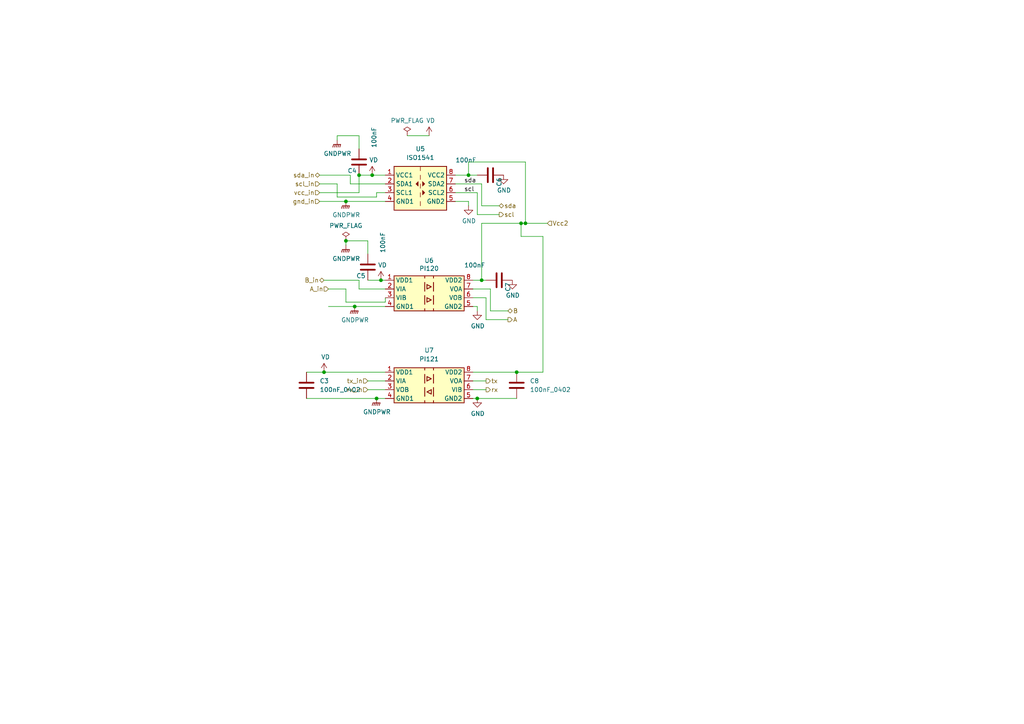
<source format=kicad_sch>
(kicad_sch (version 20230121) (generator eeschema)
  (paper "A4")
  (lib_symbols
    (symbol "0JLC-6:PI120"
      (property "Reference" "U" (at -8.89 6.35 0))
      (property "Value" "PI120" (at 1.27 6.35 0))
      (symbol "PI120_0_1"
        (rectangle (start -10.16 5.08) (end 10.16 -5.08) (stroke (width 0.254)) (fill (type background)))
        (polyline (pts (xy -1.27 -4.445) (xy -1.27 -5.08)) (stroke (width 0.254)))
        (polyline (pts (xy -1.27 -0.635) (xy -1.27 -3.175)) (stroke (width 0.254)))
        (polyline (pts (xy -1.27 3.175) (xy -1.27 0.635)) (stroke (width 0.254)))
        (polyline (pts (xy -1.27 5.08) (xy -1.27 4.445)) (stroke (width 0.254)))
        (polyline (pts (xy 1.27 -4.445) (xy 1.27 -5.08)) (stroke (width 0.254)))
        (polyline (pts (xy 1.27 -0.635) (xy 1.27 -3.175)) (stroke (width 0.254)))
        (polyline (pts (xy 1.27 3.175) (xy 1.27 0.635)) (stroke (width 0.254)))
        (polyline (pts (xy 1.27 5.08) (xy 1.27 4.445)) (stroke (width 0.254)))
        (polyline (pts (xy -0.635 2.54) (xy 0.635 1.905) (xy -0.635 1.27) (xy -0.635 2.54)) (stroke (width 0.254)))
      )
      (symbol "PI120_1_1"
        (polyline (pts (xy -0.635 -1.27) (xy 0.635 -1.905) (xy -0.635 -2.54) (xy -0.635 -1.27)) (stroke (width 0.254)))
        (pin power_in line (at -12.7 3.81 0) (length 2.54) (name "VDD1") (number "1"))
        (pin input line (at -12.7 1.27 0) (length 2.54) (name "VIA") (number "2"))
        (pin input line (at -12.7 -1.27 0) (length 2.54) (name "VIB") (number "3"))
        (pin power_in line (at -12.7 -3.81 0) (length 2.54) (name "GND1") (number "4"))
        (pin power_in line (at 12.7 -3.81 180) (length 2.54) (name "GND2") (number "5"))
        (pin output line (at 12.7 -1.27 180) (length 2.54) (name "VOB") (number "6"))
        (pin output line (at 12.7 1.27 180) (length 2.54) (name "VOA") (number "7"))
        (pin power_in line (at 12.7 3.81 180) (length 2.54) (name "VDD2") (number "8"))
      )
    )
    (symbol "0JLC-6:PI121"
      (property "Reference" "U" (at -8.89 6.35 0))
      (property "Value" "PI121" (at 1.27 6.35 0))
      (symbol "PI121_0_1"
        (rectangle (start -10.16 5.08) (end 10.16 -5.08) (stroke (width 0.254)) (fill (type background)))
        (polyline (pts (xy -1.27 -4.445) (xy -1.27 -5.08)) (stroke (width 0.254)))
        (polyline (pts (xy -1.27 -3.175) (xy -1.27 -0.635)) (stroke (width 0.254)))
        (polyline (pts (xy -1.27 0.635) (xy -1.27 3.175)) (stroke (width 0.254)))
        (polyline (pts (xy -1.27 5.08) (xy -1.27 4.445)) (stroke (width 0.254)))
        (polyline (pts (xy 1.27 -4.445) (xy 1.27 -5.08)) (stroke (width 0.254)))
        (polyline (pts (xy 1.27 -3.175) (xy 1.27 -0.635)) (stroke (width 0.254)))
        (polyline (pts (xy 1.27 0.635) (xy 1.27 3.175)) (stroke (width 0.254)))
        (polyline (pts (xy 1.27 5.08) (xy 1.27 4.445)) (stroke (width 0.254)))
        (polyline (pts (xy -0.635 1.27) (xy -0.635 2.54) (xy 0.635 1.905) (xy -0.635 1.27)) (stroke (width 0.254)))
        (polyline (pts (xy 0.635 -1.27) (xy -0.635 -1.905) (xy 0.635 -2.54) (xy 0.635 -1.27)) (stroke (width 0.254)))
      )
      (symbol "PI121_1_1"
        (pin power_in line (at -12.7 3.81 0) (length 2.54) (name "VDD1") (number "1"))
        (pin input line (at -12.7 1.27 0) (length 2.54) (name "VIA") (number "2"))
        (pin output line (at -12.7 -1.27 0) (length 2.54) (name "VOB") (number "3"))
        (pin power_in line (at -12.7 -3.81 0) (length 2.54) (name "GND1") (number "4"))
        (pin power_in line (at 12.7 -3.81 180) (length 2.54) (name "GND2") (number "5"))
        (pin input line (at 12.7 -1.27 180) (length 2.54) (name "VIB") (number "6"))
        (pin output line (at 12.7 1.27 180) (length 2.54) (name "VOA") (number "7"))
        (pin power_in line (at 12.7 3.81 180) (length 2.54) (name "VDD2") (number "8"))
      )
    )
    (symbol "0JLC-7:100nF_0402" (pin_numbers hide) (pin_names (offset 0.254))
      (property "Reference" "C?" (at -6.4008 0 90))
      (property "Value" "100nF_0402" (at -3.81 3.81 90))
      (symbol "100nF_0402_0_1"
        (polyline (pts (xy -2.032 -0.762) (xy 2.032 -0.762)) (stroke (width 0.508)))
        (polyline (pts (xy -2.032 0.762) (xy 2.032 0.762)) (stroke (width 0.508)))
      )
      (symbol "100nF_0402_1_1"
        (pin passive line (at 0 3.81 270) (length 2.794) (name "~") (number "1"))
        (pin passive line (at 0 -3.81 90) (length 2.794) (name "~") (number "2"))
      )
    )
    (symbol "Device:C" (pin_numbers hide) (pin_names (offset 0.254))
      (property "Reference" "C" (at 0.635 2.54 0))
      (property "Value" "C" (at 0.635 -2.54 0))
      (symbol "C_0_1"
        (polyline (pts (xy -2.032 -0.762) (xy 2.032 -0.762)) (stroke (width 0.508)))
        (polyline (pts (xy -2.032 0.762) (xy 2.032 0.762)) (stroke (width 0.508)))
      )
      (symbol "C_1_1"
        (pin passive line (at 0 3.81 270) (length 2.794) (name "~") (number "1"))
        (pin passive line (at 0 -3.81 90) (length 2.794) (name "~") (number "2"))
      )
    )
    (symbol "Isolator:ISO1541"
      (property "Reference" "U" (at -6.35 6.35 0))
      (property "Value" "ISO1541" (at 3.81 6.35 0))
      (symbol "ISO1541_0_1"
        (rectangle (start -7.62 5.08) (end 7.62 -7.62) (stroke (width 0.254)) (fill (type background)))
        (rectangle (start 0 -5.08) (end 0 -6.35))
        (polyline (pts (xy 0 -2.54) (xy 0 -3.81)))
        (polyline (pts (xy 0 0) (xy 0 -1.27)))
        (polyline (pts (xy 0 2.54) (xy 0 1.27)))
        (polyline (pts (xy 0 5.08) (xy 0 3.81)))
        (polyline (pts (xy -0.635 0.635) (xy -1.27 0) (xy -0.635 -0.635) (xy -0.635 0.635)) (fill (type outline)))
        (polyline (pts (xy 0.635 -1.905) (xy 1.27 -2.54) (xy 0.635 -3.175) (xy 0.635 -1.905)) (fill (type outline)))
        (polyline (pts (xy 0.635 0.635) (xy 1.27 0) (xy 0.635 -0.635) (xy 0.635 0.635)) (fill (type outline)))
      )
      (symbol "ISO1541_1_1"
        (pin power_in line (at -10.16 2.54 0) (length 2.54) (name "VCC1") (number "1"))
        (pin bidirectional line (at -10.16 0 0) (length 2.54) (name "SDA1") (number "2"))
        (pin input line (at -10.16 -2.54 0) (length 2.54) (name "SCL1") (number "3"))
        (pin power_in line (at -10.16 -5.08 0) (length 2.54) (name "GND1") (number "4"))
        (pin power_in line (at 10.16 -5.08 180) (length 2.54) (name "GND2") (number "5"))
        (pin output line (at 10.16 -2.54 180) (length 2.54) (name "SCL2") (number "6"))
        (pin bidirectional line (at 10.16 0 180) (length 2.54) (name "SDA2") (number "7"))
        (pin power_in line (at 10.16 2.54 180) (length 2.54) (name "VCC2") (number "8"))
      )
    )
    (symbol "power:GND" (power) (pin_names (offset 0))
      (property "Value" "GND" (at 0 -3.81 0))
      (symbol "GND_0_1"
        (polyline (pts (xy 0 0) (xy 0 -1.27) (xy 1.27 -1.27) (xy 0 -2.54) (xy -1.27 -1.27) (xy 0 -1.27)))
      )
      (symbol "GND_1_1"
        (pin power_in line (at 0 0 270) (length 0) hide (name "GND") (number "1"))
      )
    )
    (symbol "power:GNDPWR" (power) (pin_names (offset 0))
      (property "Value" "GNDPWR" (at 0 -3.302 0))
      (symbol "GNDPWR_0_1"
        (polyline (pts (xy 0 -1.27) (xy 0 0)))
        (polyline (pts (xy -1.016 -1.27) (xy -1.27 -2.032) (xy -1.27 -2.032)) (stroke (width 0.2032)))
        (polyline (pts (xy -0.508 -1.27) (xy -0.762 -2.032) (xy -0.762 -2.032)) (stroke (width 0.2032)))
        (polyline (pts (xy 0 -1.27) (xy -0.254 -2.032) (xy -0.254 -2.032)) (stroke (width 0.2032)))
        (polyline (pts (xy 0.508 -1.27) (xy 0.254 -2.032) (xy 0.254 -2.032)) (stroke (width 0.2032)))
        (polyline (pts (xy 1.016 -1.27) (xy -1.016 -1.27) (xy -1.016 -1.27)) (stroke (width 0.2032)))
        (polyline (pts (xy 1.016 -1.27) (xy 0.762 -2.032) (xy 0.762 -2.032) (xy 0.762 -2.032)) (stroke (width 0.2032)))
      )
      (symbol "GNDPWR_1_1"
        (pin power_in line (at 0 0 270) (length 0) hide (name "GNDPWR") (number "1"))
      )
    )
    (symbol "power:PWR_FLAG" (power) (pin_numbers hide) (pin_names (offset 0) hide)
      (property "Value" "PWR_FLAG" (at 0 3.81 0))
      (symbol "PWR_FLAG_0_0"
        (pin power_out line (at 0 0 90) (length 0) (name "pwr") (number "1"))
      )
      (symbol "PWR_FLAG_0_1"
        (polyline (pts (xy 0 0) (xy 0 1.27) (xy -1.016 1.905) (xy 0 2.54) (xy 1.016 1.905) (xy 0 1.27)))
      )
    )
    (symbol "power:VD" (power) (pin_names (offset 0))
      (property "Value" "VD" (at 0 3.81 0))
      (symbol "VD_0_1"
        (polyline (pts (xy -0.762 1.27) (xy 0 2.54)))
        (polyline (pts (xy 0 0) (xy 0 2.54)))
        (polyline (pts (xy 0 2.54) (xy 0.762 1.27)))
      )
      (symbol "VD_1_1"
        (pin power_in line (at 0 0 90) (length 0) hide (name "VD") (number "1"))
      )
    )
  )
  (junction (at 104.14 50.8))
  (junction (at 135.89 50.8))
  (junction (at 151.13 64.77))
  (junction (at 139.7 81.28))
  (junction (at 152.4 64.77))
  (junction (at 110.49 81.28))
  (junction (at 93.98 107.95))
  (junction (at 102.87 88.9))
  (junction (at 100.33 69.85))
  (junction (at 107.95 50.8))
  (junction (at 109.22 115.57))
  (junction (at 138.43 115.57))
  (junction (at 100.33 58.42))
  (junction (at 149.86 107.95))
  (wire (pts (xy 101.6 53.34) (xy 111.76 53.34)))
  (wire (pts (xy 92.71 55.88) (xy 104.14 55.88)))
  (wire (pts (xy 132.08 50.8) (xy 135.89 50.8)))
  (wire (pts (xy 97.79 39.37) (xy 97.79 40.64)))
  (wire (pts (xy 104.14 83.82) (xy 111.76 83.82)))
  (wire (pts (xy 110.49 81.28) (xy 111.76 81.28)))
  (wire (pts (xy 100.33 69.85) (xy 106.68 69.85)))
  (wire (pts (xy 135.89 59.69) (xy 135.89 58.42)))
  (wire (pts (xy 104.14 55.88) (xy 104.14 50.8)))
  (wire (pts (xy 142.24 83.82) (xy 137.16 83.82)))
  (wire (pts (xy 88.9 115.57) (xy 109.22 115.57)))
  (wire (pts (xy 101.6 50.8) (xy 101.6 53.34)))
  (wire (pts (xy 138.43 55.88) (xy 138.43 62.23)))
  (wire (pts (xy 139.7 81.28) (xy 140.97 81.28)))
  (wire (pts (xy 100.33 87.63) (xy 111.76 87.63)))
  (wire (pts (xy 109.22 115.57) (xy 111.76 115.57)))
  (wire (pts (xy 137.16 115.57) (xy 138.43 115.57)))
  (wire (pts (xy 100.33 69.85) (xy 100.33 71.12)))
  (wire (pts (xy 97.79 39.37) (xy 104.14 39.37)))
  (wire (pts (xy 137.16 81.28) (xy 139.7 81.28)))
  (wire (pts (xy 137.16 107.95) (xy 149.86 107.95)))
  (wire (pts (xy 149.86 107.95) (xy 157.48 107.95)))
  (wire (pts (xy 157.48 68.58) (xy 157.48 107.95)))
  (wire (pts (xy 138.43 115.57) (xy 149.86 115.57)))
  (wire (pts (xy 95.25 83.82) (xy 100.33 83.82)))
  (wire (pts (xy 138.43 88.9) (xy 137.16 88.9)))
  (wire (pts (xy 139.7 81.28) (xy 139.7 64.77)))
  (wire (pts (xy 111.76 87.63) (xy 111.76 86.36)))
  (wire (pts (xy 152.4 46.99) (xy 152.4 64.77)))
  (wire (pts (xy 132.08 55.88) (xy 138.43 55.88)))
  (wire (pts (xy 104.14 50.8) (xy 107.95 50.8)))
  (wire (pts (xy 107.95 50.8) (xy 111.76 50.8)))
  (wire (pts (xy 135.89 50.8) (xy 135.89 46.99)))
  (wire (pts (xy 137.16 113.03) (xy 140.97 113.03)))
  (wire (pts (xy 139.7 59.69) (xy 139.7 53.34)))
  (wire (pts (xy 92.71 50.8) (xy 101.6 50.8)))
  (wire (pts (xy 140.97 86.36) (xy 140.97 92.71)))
  (wire (pts (xy 151.13 68.58) (xy 151.13 64.77)))
  (wire (pts (xy 144.78 59.69) (xy 139.7 59.69)))
  (wire (pts (xy 109.22 55.88) (xy 111.76 55.88)))
  (wire (pts (xy 97.79 57.15) (xy 109.22 57.15)))
  (wire (pts (xy 93.98 81.28) (xy 104.14 81.28)))
  (wire (pts (xy 106.68 81.28) (xy 110.49 81.28)))
  (wire (pts (xy 152.4 64.77) (xy 158.75 64.77)))
  (wire (pts (xy 106.68 113.03) (xy 111.76 113.03)))
  (wire (pts (xy 97.79 53.34) (xy 97.79 57.15)))
  (wire (pts (xy 106.68 69.85) (xy 106.68 73.66)))
  (wire (pts (xy 100.33 58.42) (xy 111.76 58.42)))
  (wire (pts (xy 142.24 90.17) (xy 142.24 83.82)))
  (wire (pts (xy 135.89 46.99) (xy 152.4 46.99)))
  (wire (pts (xy 104.14 81.28) (xy 104.14 83.82)))
  (wire (pts (xy 92.71 53.34) (xy 97.79 53.34)))
  (wire (pts (xy 138.43 90.17) (xy 138.43 88.9)))
  (wire (pts (xy 137.16 110.49) (xy 140.97 110.49)))
  (wire (pts (xy 135.89 50.8) (xy 138.43 50.8)))
  (wire (pts (xy 106.68 110.49) (xy 111.76 110.49)))
  (wire (pts (xy 124.46 39.37) (xy 118.11 39.37)))
  (wire (pts (xy 100.33 83.82) (xy 100.33 87.63)))
  (wire (pts (xy 151.13 64.77) (xy 152.4 64.77)))
  (wire (pts (xy 157.48 68.58) (xy 151.13 68.58)))
  (wire (pts (xy 95.25 88.9) (xy 102.87 88.9)))
  (wire (pts (xy 88.9 107.95) (xy 93.98 107.95)))
  (wire (pts (xy 132.08 53.34) (xy 139.7 53.34)))
  (wire (pts (xy 147.32 90.17) (xy 142.24 90.17)))
  (wire (pts (xy 109.22 57.15) (xy 109.22 55.88)))
  (wire (pts (xy 132.08 58.42) (xy 135.89 58.42)))
  (wire (pts (xy 138.43 62.23) (xy 144.78 62.23)))
  (wire (pts (xy 140.97 92.71) (xy 147.32 92.71)))
  (wire (pts (xy 92.71 58.42) (xy 100.33 58.42)))
  (wire (pts (xy 137.16 86.36) (xy 140.97 86.36)))
  (wire (pts (xy 93.98 107.95) (xy 111.76 107.95)))
  (wire (pts (xy 139.7 64.77) (xy 151.13 64.77)))
  (wire (pts (xy 104.14 39.37) (xy 104.14 43.18)))
  (wire (pts (xy 102.87 88.9) (xy 111.76 88.9)))
  (label "scl" (at 134.62 55.88 0))
  (label "sda" (at 134.62 53.34 0))
  (hierarchical_label "sda" (shape bidirectional) (at 144.78 59.69 0))
  (hierarchical_label "tx_in" (shape input) (at 106.68 110.49 180))
  (hierarchical_label "Vcc2" (shape input) (at 158.75 64.77 0))
  (hierarchical_label "A_in" (shape input) (at 95.25 83.82 180))
  (hierarchical_label "sda_in" (shape bidirectional) (at 92.71 50.8 180))
  (hierarchical_label "rx" (shape output) (at 140.97 113.03 0))
  (hierarchical_label "scl" (shape output) (at 144.78 62.23 0))
  (hierarchical_label "B" (shape bidirectional) (at 147.32 90.17 0))
  (hierarchical_label "scl_in" (shape input) (at 92.71 53.34 180))
  (hierarchical_label "B_in" (shape bidirectional) (at 93.98 81.28 180))
  (hierarchical_label "vcc_in" (shape input) (at 92.71 55.88 180))
  (hierarchical_label "tx" (shape output) (at 140.97 110.49 0))
  (hierarchical_label "rx_in" (shape input) (at 106.68 113.03 180))
  (hierarchical_label "gnd_in" (shape input) (at 92.71 58.42 180))
  (hierarchical_label "A" (shape output) (at 147.32 92.71 0))
  (symbol (lib_id "power:GNDPWR") (at 100.33 58.42 0) (unit 1)
    (property "Reference" "#PWR015" (effects hide))
    (property "Value" "GNDPWR" (at 100.4316 62.3316 0))
  )
  (symbol (lib_id "power:VD") (at 124.46 39.37 0) (unit 1)
    (property "Reference" "#PWR021" (effects hide))
    (property "Value" "VD" (at 124.8918 34.9758 0))
  )
  (symbol (lib_id "power:VD") (at 107.95 50.8 0) (unit 1)
    (property "Reference" "#PWR018" (effects hide))
    (property "Value" "VD" (at 108.3818 46.4058 0))
  )
  (symbol (lib_id "power:GND") (at 135.89 59.69 0) (unit 1)
    (property "Reference" "#PWR022" (effects hide))
    (property "Value" "GND" (at 136.017 64.0842 0))
  )
  (symbol (lib_id "Device:C") (at 142.24 50.8 270) (unit 1)
    (property "Reference" "C6" (at 144.78 51.435 0) (effects (justify left)))
    (property "Value" "100nF" (at 132.08 45.72 90) (effects (justify left top)))
    (property "Footprint" "Capacitor_SMD:C_0603_1608Metric_Pad1.08x0.95mm_HandSolder" (effects hide))
    (property "Datasheet" "CC0603KRX7R9BB104" (effects hide))
    (property "MFR" "Samsung" (effects hide))
    (property "MPN" "CC0603KRX7R9BB104" (effects hide))
    (property "SPURL" "-" (effects hide))
    (property "LCSC" "C14663" (effects hide))
  )
  (symbol (lib_id "power:GND") (at 146.05 50.8 0) (unit 1)
    (property "Reference" "#PWR025" (effects hide))
    (property "Value" "GND" (at 146.177 55.1942 0))
  )
  (symbol (lib_id "Device:C") (at 104.14 46.99 180) (unit 1)
    (property "Reference" "C4" (at 103.505 49.53 0) (effects (justify left)))
    (property "Value" "100nF" (at 109.22 36.83 90) (effects (justify left top)))
    (property "Footprint" "Capacitor_SMD:C_0603_1608Metric_Pad1.08x0.95mm_HandSolder" (effects hide))
    (property "Datasheet" "CC0603KRX7R9BB104" (effects hide))
    (property "MFR" "Samsung" (effects hide))
    (property "MPN" "CC0603KRX7R9BB104" (effects hide))
    (property "SPURL" "-" (effects hide))
    (property "LCSC" "C14663" (effects hide))
  )
  (symbol (lib_id "power:PWR_FLAG") (at 118.11 39.37 0) (unit 1)
    (property "Reference" "#FLG02" (effects hide))
    (property "Value" "PWR_FLAG" (at 118.11 34.9758 0))
  )
  (symbol (lib_id "power:GNDPWR") (at 97.79 40.64 0) (unit 1)
    (property "Reference" "#PWR014" (effects hide))
    (property "Value" "GNDPWR" (at 97.8916 44.5516 0))
  )
  (symbol (lib_id "power:GNDPWR") (at 102.87 88.9 0) (unit 1)
    (property "Reference" "#PWR017" (effects hide))
    (property "Value" "GNDPWR" (at 102.9716 92.8116 0))
  )
  (symbol (lib_id "power:VD") (at 110.49 81.28 0) (unit 1)
    (property "Reference" "#PWR020" (effects hide))
    (property "Value" "VD" (at 110.9218 76.8858 0))
  )
  (symbol (lib_id "power:GND") (at 138.43 90.17 0) (unit 1)
    (property "Reference" "#PWR023" (effects hide))
    (property "Value" "GND" (at 138.557 94.5642 0))
  )
  (symbol (lib_id "Device:C") (at 144.78 81.28 270) (unit 1)
    (property "Reference" "C7" (at 147.32 81.915 0) (effects (justify left)))
    (property "Value" "100nF" (at 134.62 76.2 90) (effects (justify left top)))
    (property "Footprint" "Capacitor_SMD:C_0603_1608Metric_Pad1.08x0.95mm_HandSolder" (effects hide))
    (property "Datasheet" "CC0603KRX7R9BB104" (effects hide))
    (property "MFR" "Samsung" (effects hide))
    (property "MPN" "CC0603KRX7R9BB104" (effects hide))
    (property "SPURL" "-" (effects hide))
    (property "LCSC" "C14663" (effects hide))
  )
  (symbol (lib_id "Device:C") (at 106.68 77.47 180) (unit 1)
    (property "Reference" "C5" (at 106.045 80.01 0) (effects (justify left)))
    (property "Value" "100nF" (at 111.76 67.31 90) (effects (justify left top)))
    (property "Footprint" "Capacitor_SMD:C_0603_1608Metric_Pad1.08x0.95mm_HandSolder" (effects hide))
    (property "Datasheet" "CC0603KRX7R9BB104" (effects hide))
    (property "MFR" "Samsung" (effects hide))
    (property "MPN" "CC0603KRX7R9BB104" (effects hide))
    (property "SPURL" "-" (effects hide))
    (property "LCSC" "C14663" (effects hide))
  )
  (symbol (lib_id "power:GNDPWR") (at 100.33 71.12 0) (unit 1)
    (property "Reference" "#PWR016" (effects hide))
    (property "Value" "GNDPWR" (at 100.4316 75.0316 0))
  )
  (symbol (lib_id "power:PWR_FLAG") (at 100.33 69.85 0) (unit 1)
    (property "Reference" "#FLG01" (effects hide))
    (property "Value" "PWR_FLAG" (at 100.33 65.4558 0))
  )
  (symbol (lib_id "power:GND") (at 148.59 81.28 0) (unit 1)
    (property "Reference" "#PWR026" (effects hide))
    (property "Value" "GND" (at 148.717 85.6742 0))
  )
  (symbol (lib_id "0JLC-6:PI120") (at 124.46 85.09 0) (unit 1)
    (property "Reference" "U6" (at 124.46 75.565 0))
    (property "Value" "PI120" (at 124.46 77.8764 0))
    (property "Footprint" "Package_SO:SOIC-8_3.9x4.9mm_P1.27mm" (effects hide))
    (property "Datasheet" "https://datasheet.lcsc.com/lcsc/2001120703_2Pai-Semi-%CF%80120U30_C471591.pdf" (effects hide))
    (property "LCSC" "C471591" (effects hide))
    (property "MPN" "π120U30" (effects hide))
    (property "JLCPCB Rotation Offset" "-90" (effects hide))
  )
  (symbol (lib_id "power:GND") (at 138.43 115.57 0) (unit 1)
    (property "Reference" "#PWR024" (effects hide))
    (property "Value" "GND" (at 138.557 119.9642 0))
  )
  (symbol (lib_id "0JLC-7:100nF_0402") (at 88.9 111.76 0) (unit 1)
    (property "Reference" "C3" (at 92.71 110.49 0) (effects (justify left)))
    (property "Value" "100nF_0402" (at 92.71 113.03 0) (effects (justify left)))
    (property "Footprint" "Capacitor_SMD:C_0402_1005Metric_Pad0.74x0.62mm_HandSolder" (effects hide))
    (property "LCSC" "C56392" (effects hide))
    (property "MPN" "0402B104K250NT" (effects hide))
  )
  (symbol (lib_id "power:VD") (at 93.98 107.95 0) (unit 1)
    (property "Reference" "#PWR013" (effects hide))
    (property "Value" "VD" (at 94.4118 103.5558 0))
  )
  (symbol (lib_id "0JLC-6:PI121") (at 124.46 111.76 0) (unit 1)
    (property "Reference" "U7" (at 124.46 101.6 0))
    (property "Value" "PI121" (at 124.46 104.14 0))
    (property "Footprint" "Package_SO:SOIC-8_3.9x4.9mm_P1.27mm" (effects hide))
    (property "Datasheet" "https://datasheet.lcsc.com/lcsc/2001131822_2Pai-Semi-%CF%80121U31_C471589.pdf" (effects hide))
    (property "LCSC" "C471589" (effects hide))
    (property "MPN" "π121U31" (effects hide))
    (property "JLCPCB Rotation Offset" "-90" (effects hide))
  )
  (symbol (lib_id "power:GNDPWR") (at 109.22 115.57 0) (unit 1)
    (property "Reference" "#PWR019" (effects hide))
    (property "Value" "GNDPWR" (at 109.3216 119.4816 0))
  )
  (symbol (lib_id "Isolator:ISO1541") (at 121.92 53.34 0) (unit 1)
    (property "Reference" "U5" (at 121.92 43.18 0))
    (property "Value" "ISO1541" (at 121.92 45.72 0))
    (property "Footprint" "Package_SO:SOIC-8_3.9x4.9mm_P1.27mm" (effects hide))
    (property "Datasheet" "http://www.ti.com/lit/ds/symlink/iso1541.pdf" (effects hide))
    (property "LCSC" "C143028" (effects hide))
    (property "JLCPCB Rotation Offset" "-90" (effects hide))
  )
  (symbol (lib_id "0JLC-7:100nF_0402") (at 149.86 111.76 0) (unit 1)
    (property "Reference" "C8" (at 153.67 110.49 0) (effects (justify left)))
    (property "Value" "100nF_0402" (at 153.67 113.03 0) (effects (justify left)))
    (property "Footprint" "Capacitor_SMD:C_0402_1005Metric_Pad0.74x0.62mm_HandSolder" (effects hide))
    (property "LCSC" "C56392" (effects hide))
    (property "MPN" "0402B104K250NT" (effects hide))
  )
)
</source>
